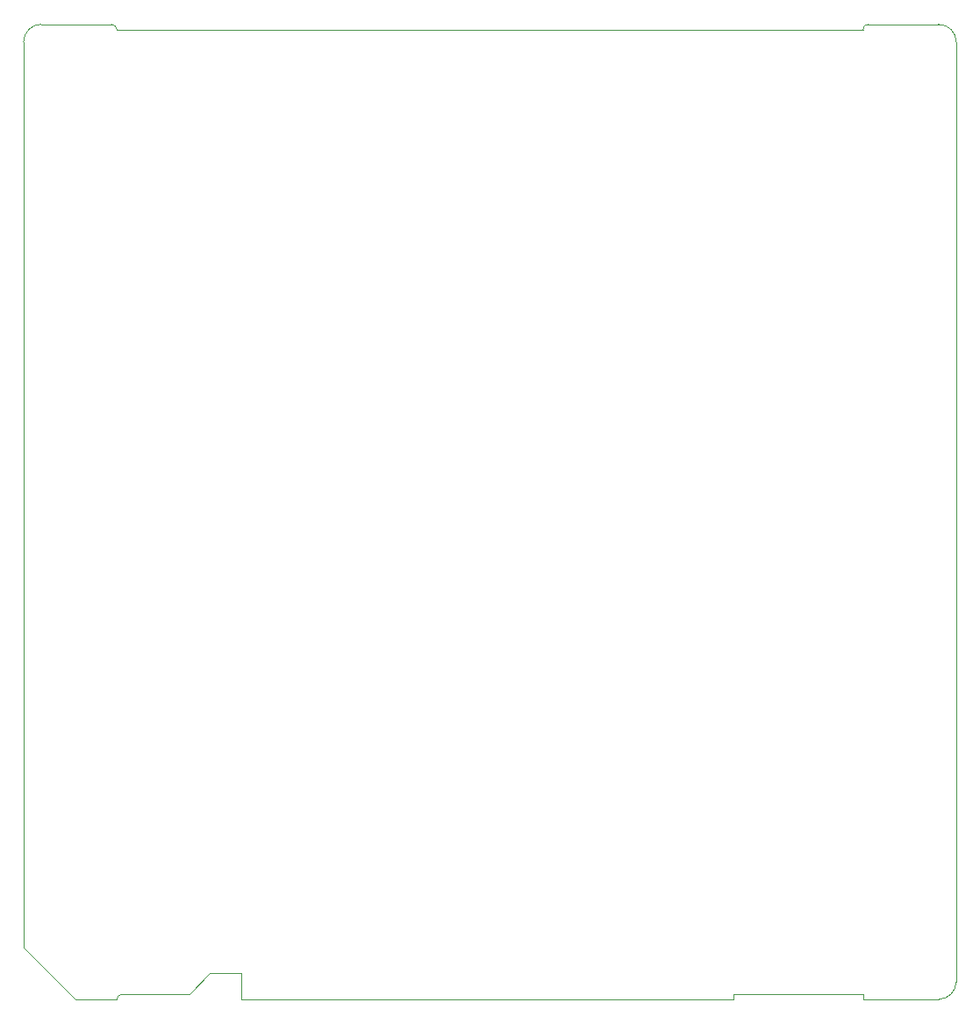
<source format=gm1>
G04 #@! TF.GenerationSoftware,KiCad,Pcbnew,(5.1.8)-1*
G04 #@! TF.CreationDate,2021-11-22T15:54:14+01:00*
G04 #@! TF.ProjectId,Amiga Drawbridge,416d6967-6120-4447-9261-776272696467,rev?*
G04 #@! TF.SameCoordinates,Original*
G04 #@! TF.FileFunction,Profile,NP*
%FSLAX46Y46*%
G04 Gerber Fmt 4.6, Leading zero omitted, Abs format (unit mm)*
G04 Created by KiCad (PCBNEW (5.1.8)-1) date 2021-11-22 15:54:14*
%MOMM*%
%LPD*%
G01*
G04 APERTURE LIST*
G04 #@! TA.AperFunction,Profile*
%ADD10C,0.050000*%
G04 #@! TD*
G04 APERTURE END LIST*
D10*
X198000000Y-147300000D02*
G75*
G02*
X196300000Y-149000000I-1700000J0D01*
G01*
X196300000Y-55000000D02*
G75*
G02*
X198000000Y-56700000I0J-1700000D01*
G01*
X176500000Y-148500000D02*
X185000000Y-148500000D01*
X176500000Y-149000000D02*
X176500000Y-148500000D01*
X189000000Y-149000000D02*
X196300000Y-149000000D01*
X189000000Y-148500000D02*
X185000000Y-148500000D01*
X189000000Y-149000000D02*
X189000000Y-148500000D01*
X117000000Y-149000000D02*
X113000000Y-149000000D01*
X129000000Y-146500000D02*
X129000000Y-149000000D01*
X117000000Y-149000000D02*
G75*
G02*
X117500000Y-148500000I500000J0D01*
G01*
X126000000Y-146500000D02*
X129000000Y-146500000D01*
X124000000Y-148500000D02*
X126000000Y-146500000D01*
X117500000Y-148500000D02*
X124000000Y-148500000D01*
X113000000Y-149000000D02*
X108000000Y-144000000D01*
X189000000Y-55500000D02*
G75*
G02*
X189500000Y-55000000I500000J0D01*
G01*
X116500000Y-55000000D02*
G75*
G02*
X117000000Y-55500000I0J-500000D01*
G01*
X109700000Y-55000000D02*
X116500000Y-55000000D01*
X117000000Y-55500000D02*
X189000000Y-55500000D01*
X108000000Y-56700000D02*
G75*
G02*
X109700000Y-55000000I1700000J0D01*
G01*
X108000000Y-144000000D02*
X108000000Y-56700000D01*
X176500000Y-149000000D02*
X129000000Y-149000000D01*
X198000000Y-56700000D02*
X198000000Y-147300000D01*
X189500000Y-55000000D02*
X196300000Y-55000000D01*
M02*

</source>
